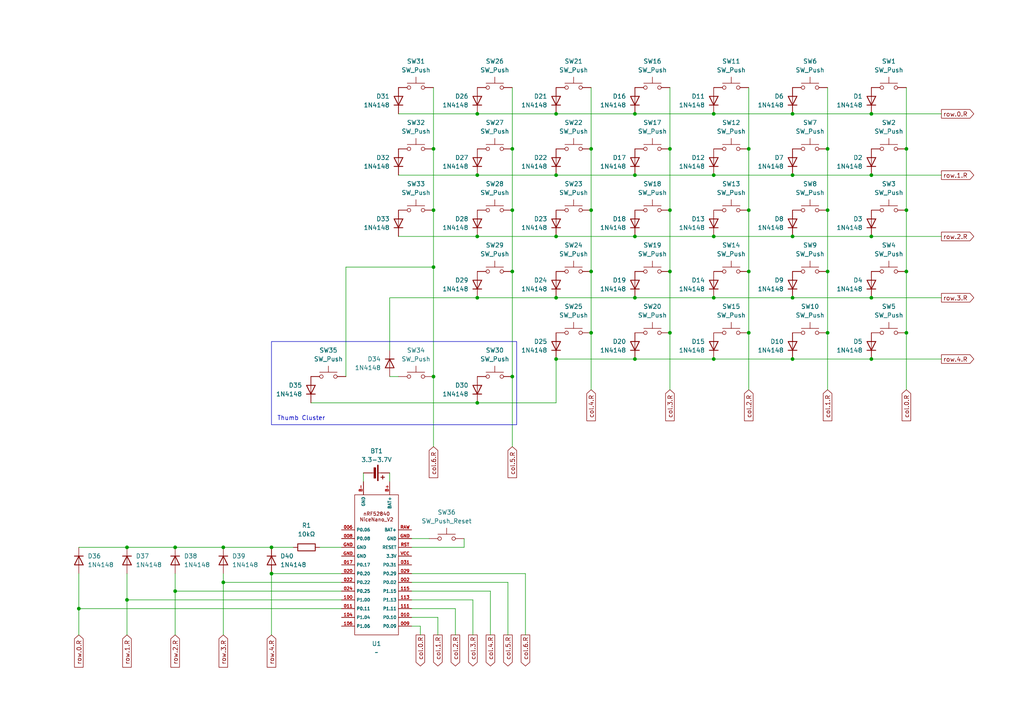
<source format=kicad_sch>
(kicad_sch (version 20250114) (generator "eeschema") (generator_version "9.0")
  (paper "A4")
  (lib_symbols
    (symbol "Device:Battery_Cell" (pin_numbers (hide yes)) (pin_names (offset 0) (hide yes))
      (property "Reference" "BT" (at 2.54 2.54 0))
      (property "Value" "Battery_Cell" (at 2.54 0 0))
      (symbol "Battery_Cell_0_1"
        (rectangle (start -2.286 1.778) (end 2.286 1.524) (fill (type outline)))
        (rectangle (start -1.524 1.016) (end 1.524 0.508) (fill (type outline)))
        (polyline (pts (xy 0 1.778) (xy 0 2.54)))
        (polyline (pts (xy 0 0.762) (xy 0 0)))
        (polyline (pts (xy 0.762 3.048) (xy 1.778 3.048)) (stroke (width 0.254)))
        (polyline (pts (xy 1.27 3.556) (xy 1.27 2.54)) (stroke (width 0.254)))
      )
      (symbol "Battery_Cell_1_1"
        (pin passive line (at 0 5.08 270) (length 2.54) (name "+") (number "1"))
        (pin passive line (at 0 -2.54 90) (length 2.54) (name "-") (number "2"))
      )
    )
    (symbol "Device:R" (pin_numbers (hide yes)) (pin_names (offset 0))
      (property "Reference" "R" (at 2.032 0 90))
      (property "Value" "R" (at 0 0 90))
      (symbol "R_0_1"
        (rectangle (start -1.016 -2.54) (end 1.016 2.54) (stroke (width 0.254)))
      )
      (symbol "R_1_1"
        (pin passive line (at 0 3.81 270) (length 1.27) (name "~") (number "1"))
        (pin passive line (at 0 -3.81 90) (length 1.27) (name "~") (number "2"))
      )
    )
    (symbol "Diode:1N4148" (pin_numbers (hide yes)) (pin_names (hide yes))
      (property "Reference" "D" (at 0 2.54 0))
      (property "Value" "1N4148" (at 0 -2.54 0))
      (symbol "1N4148_0_1"
        (polyline (pts (xy -1.27 1.27) (xy -1.27 -1.27)) (stroke (width 0.254)))
        (polyline (pts (xy 1.27 1.27) (xy 1.27 -1.27) (xy -1.27 0) (xy 1.27 1.27)) (stroke (width 0.254)))
        (polyline (pts (xy 1.27 0) (xy -1.27 0)))
      )
      (symbol "1N4148_1_1"
        (pin passive line (at -3.81 0 0) (length 2.54) (name "K") (number "1"))
        (pin passive line (at 3.81 0 180) (length 2.54) (name "A") (number "2"))
      )
    )
    (symbol "NiceNanoV2:NiceNanoV2" (in_bom no) (on_board no)
      (property "Reference" "U1" (at 0 -20.32 0))
      (symbol "NiceNanoV2_0_1"
        (rectangle (start -6.35 22.86) (end 6.35 -17.78))
      )
      (symbol "NiceNanoV2_1_1"
        (text "nRF52840\nNiceNano_V2" (at 0 16.51 0) (effects (font (size 1.016 1.016))))
        (pin bidirectional line (at -10.16 12.7 0) (length 3.81) (name "P0.06") (number "006"))
        (pin bidirectional line (at -10.16 10.16 0) (length 3.81) (name "P0.08") (number "008"))
        (pin power_out line (at -10.16 7.62 0) (length 3.81) (name "GND") (number "GND"))
        (pin power_out line (at -10.16 5.08 0) (length 3.81) (name "GND") (number "GND"))
        (pin bidirectional line (at -10.16 2.54 0) (length 3.81) (name "P0.17") (number "017"))
        (pin bidirectional line (at -10.16 0 0) (length 3.81) (name "P0.20") (number "020"))
        (pin bidirectional line (at -10.16 -2.54 0) (length 3.81) (name "P0.22") (number "022"))
        (pin bidirectional line (at -10.16 -5.08 0) (length 3.81) (name "P0.25") (number "024"))
        (pin bidirectional line (at -10.16 -7.62 0) (length 3.81) (name "P1.00") (number "100"))
        (pin bidirectional line (at -10.16 -10.16 0) (length 3.81) (name "P0.11") (number "011"))
        (pin bidirectional line (at -10.16 -12.7 0) (length 3.81) (name "P1.04") (number "104"))
        (pin bidirectional line (at -10.16 -15.24 0) (length 3.81) (name "P1.06") (number "106"))
        (pin power_out line (at -3.81 26.67 270) (length 3.81) (name "GND") (number "B-"))
        (pin power_in line (at 3.81 26.67 270) (length 3.81) (name "BAT+") (number "B+"))
        (pin power_in line (at 10.16 12.7 180) (length 3.81) (name "BAT+") (number "RAW"))
        (pin power_out line (at 10.16 10.16 180) (length 3.81) (name "GND") (number "GND"))
        (pin input line (at 10.16 7.62 180) (length 3.81) (name "RESET") (number "RST"))
        (pin power_in line (at 10.16 5.08 180) (length 3.81) (name "3.3V") (number "VCC"))
        (pin bidirectional line (at 10.16 2.54 180) (length 3.81) (name "P0.31") (number "031"))
        (pin bidirectional line (at 10.16 0 180) (length 3.81) (name "P0.29") (number "029"))
        (pin bidirectional line (at 10.16 -2.54 180) (length 3.81) (name "P0.02") (number "002"))
        (pin bidirectional line (at 10.16 -5.08 180) (length 3.81) (name "P1.15") (number "115"))
        (pin bidirectional line (at 10.16 -7.62 180) (length 3.81) (name "P1.13") (number "113"))
        (pin bidirectional line (at 10.16 -10.16 180) (length 3.81) (name "P1.11") (number "111"))
        (pin bidirectional line (at 10.16 -12.7 180) (length 3.81) (name "P0.10") (number "010"))
        (pin bidirectional line (at 10.16 -15.24 180) (length 3.81) (name "P0.09") (number "009"))
      )
    )
    (symbol "Switch:SW_Push" (pin_numbers (hide yes)) (pin_names (offset 1.016) (hide yes))
      (property "Reference" "SW" (at 1.27 2.54 0))
      (property "Value" "SW_Push" (at 0 -1.524 0))
      (symbol "SW_Push_0_1"
        (circle (center -2.032 0) (radius 0.508))
        (polyline (pts (xy 0 1.27) (xy 0 3.048)))
        (circle (center 2.032 0) (radius 0.508))
        (polyline (pts (xy 2.54 1.27) (xy -2.54 1.27)))
        (pin passive line (at -5.08 0 0) (length 2.54) (name "1") (number "1"))
        (pin passive line (at 5.08 0 180) (length 2.54) (name "2") (number "2"))
      )
    )
  )
  (rectangle (start 149.86 99.06) (end 78.74 123.19))
  (text "Thumb Cluster" (exclude_from_sim yes) (at 87.376 121.412 0) (effects (font (size 1.27 1.27))))
  (junction (at 148.59 109.22))
  (junction (at 207.01 50.8))
  (junction (at 207.01 33.02))
  (junction (at 138.43 116.84))
  (junction (at 161.29 68.58))
  (junction (at 262.89 43.18))
  (junction (at 36.83 173.99))
  (junction (at 240.03 78.74))
  (junction (at 138.43 86.36))
  (junction (at 78.74 158.75))
  (junction (at 252.73 104.14))
  (junction (at 64.77 168.91))
  (junction (at 184.15 68.58))
  (junction (at 161.29 86.36))
  (junction (at 262.89 96.52))
  (junction (at 207.01 86.36))
  (junction (at 229.87 86.36))
  (junction (at 184.15 86.36))
  (junction (at 229.87 33.02))
  (junction (at 138.43 33.02))
  (junction (at 229.87 104.14))
  (junction (at 36.83 158.75))
  (junction (at 125.73 77.47))
  (junction (at 138.43 68.58))
  (junction (at 217.17 43.18))
  (junction (at 217.17 60.96))
  (junction (at 138.43 50.8))
  (junction (at 207.01 104.14))
  (junction (at 148.59 43.18))
  (junction (at 161.29 33.02))
  (junction (at 184.15 50.8))
  (junction (at 262.89 60.96))
  (junction (at 171.45 43.18))
  (junction (at 240.03 43.18))
  (junction (at 171.45 60.96))
  (junction (at 229.87 50.8))
  (junction (at 161.29 50.8))
  (junction (at 240.03 96.52))
  (junction (at 240.03 60.96))
  (junction (at 125.73 109.22))
  (junction (at 252.73 33.02))
  (junction (at 161.29 104.14))
  (junction (at 184.15 104.14))
  (junction (at 229.87 68.58))
  (junction (at 125.73 43.18))
  (junction (at 194.31 96.52))
  (junction (at 194.31 78.74))
  (junction (at 194.31 43.18))
  (junction (at 125.73 60.96))
  (junction (at 252.73 50.8))
  (junction (at 262.89 78.74))
  (junction (at 184.15 33.02))
  (junction (at 194.31 60.96))
  (junction (at 50.8 158.75))
  (junction (at 252.73 68.58))
  (junction (at 22.86 176.53))
  (junction (at 217.17 96.52))
  (junction (at 217.17 78.74))
  (junction (at 252.73 86.36))
  (junction (at 148.59 78.74))
  (junction (at 64.77 158.75))
  (junction (at 78.74 166.37))
  (junction (at 148.59 60.96))
  (junction (at 171.45 78.74))
  (junction (at 207.01 68.58))
  (junction (at 50.8 171.45))
  (junction (at 171.45 96.52))
  (wire (pts (xy 148.59 109.22) (xy 148.59 129.54)))
  (wire (pts (xy 127 184.15) (xy 127 179.07)))
  (wire (pts (xy 252.73 33.02) (xy 229.87 33.02)))
  (wire (pts (xy 184.15 33.02) (xy 161.29 33.02)))
  (wire (pts (xy 50.8 171.45) (xy 99.06 171.45)))
  (wire (pts (xy 78.74 158.75) (xy 85.09 158.75)))
  (wire (pts (xy 240.03 78.74) (xy 240.03 96.52)))
  (wire (pts (xy 229.87 68.58) (xy 207.01 68.58)))
  (wire (pts (xy 273.05 50.8) (xy 252.73 50.8)))
  (wire (pts (xy 171.45 25.4) (xy 171.45 43.18)))
  (wire (pts (xy 217.17 96.52) (xy 217.17 113.03)))
  (wire (pts (xy 240.03 96.52) (xy 240.03 113.03)))
  (wire (pts (xy 134.62 156.21) (xy 134.62 158.75)))
  (wire (pts (xy 161.29 104.14) (xy 161.29 116.84)))
  (wire (pts (xy 152.4 166.37) (xy 152.4 184.15)))
  (wire (pts (xy 78.74 166.37) (xy 99.06 166.37)))
  (wire (pts (xy 262.89 25.4) (xy 262.89 43.18)))
  (wire (pts (xy 161.29 50.8) (xy 138.43 50.8)))
  (wire (pts (xy 273.05 104.14) (xy 252.73 104.14)))
  (wire (pts (xy 132.08 184.15) (xy 132.08 176.53)))
  (wire (pts (xy 138.43 116.84) (xy 90.17 116.84)))
  (wire (pts (xy 207.01 33.02) (xy 184.15 33.02)))
  (wire (pts (xy 147.32 168.91) (xy 119.38 168.91)))
  (wire (pts (xy 113.03 137.16) (xy 113.03 139.7)))
  (wire (pts (xy 152.4 166.37) (xy 119.38 166.37)))
  (wire (pts (xy 92.71 158.75) (xy 99.06 158.75)))
  (wire (pts (xy 124.46 156.21) (xy 119.38 156.21)))
  (wire (pts (xy 217.17 78.74) (xy 217.17 96.52)))
  (wire (pts (xy 113.03 86.36) (xy 113.03 101.6)))
  (wire (pts (xy 240.03 60.96) (xy 240.03 78.74)))
  (wire (pts (xy 148.59 25.4) (xy 148.59 43.18)))
  (wire (pts (xy 125.73 109.22) (xy 125.73 129.54)))
  (wire (pts (xy 184.15 68.58) (xy 161.29 68.58)))
  (wire (pts (xy 148.59 78.74) (xy 148.59 109.22)))
  (wire (pts (xy 115.57 109.22) (xy 113.03 109.22)))
  (wire (pts (xy 22.86 176.53) (xy 99.06 176.53)))
  (wire (pts (xy 207.01 68.58) (xy 184.15 68.58)))
  (wire (pts (xy 217.17 43.18) (xy 217.17 60.96)))
  (wire (pts (xy 194.31 25.4) (xy 194.31 43.18)))
  (wire (pts (xy 142.24 171.45) (xy 119.38 171.45)))
  (wire (pts (xy 105.41 137.16) (xy 105.41 139.7)))
  (wire (pts (xy 50.8 166.37) (xy 50.8 171.45)))
  (wire (pts (xy 161.29 33.02) (xy 138.43 33.02)))
  (wire (pts (xy 184.15 86.36) (xy 161.29 86.36)))
  (wire (pts (xy 125.73 25.4) (xy 125.73 43.18)))
  (wire (pts (xy 64.77 168.91) (xy 64.77 184.15)))
  (wire (pts (xy 36.83 173.99) (xy 99.06 173.99)))
  (wire (pts (xy 125.73 77.47) (xy 125.73 109.22)))
  (wire (pts (xy 161.29 68.58) (xy 138.43 68.58)))
  (wire (pts (xy 184.15 104.14) (xy 161.29 104.14)))
  (wire (pts (xy 64.77 166.37) (xy 64.77 168.91)))
  (wire (pts (xy 171.45 96.52) (xy 171.45 113.03)))
  (wire (pts (xy 100.33 77.47) (xy 100.33 109.22)))
  (wire (pts (xy 217.17 25.4) (xy 217.17 43.18)))
  (wire (pts (xy 125.73 43.18) (xy 125.73 60.96)))
  (wire (pts (xy 121.92 184.15) (xy 121.92 181.61)))
  (wire (pts (xy 147.32 184.15) (xy 147.32 168.91)))
  (wire (pts (xy 229.87 86.36) (xy 207.01 86.36)))
  (wire (pts (xy 229.87 104.14) (xy 207.01 104.14)))
  (wire (pts (xy 229.87 50.8) (xy 207.01 50.8)))
  (wire (pts (xy 273.05 33.02) (xy 252.73 33.02)))
  (wire (pts (xy 36.83 166.37) (xy 36.83 173.99)))
  (wire (pts (xy 262.89 96.52) (xy 262.89 113.03)))
  (wire (pts (xy 64.77 168.91) (xy 99.06 168.91)))
  (wire (pts (xy 252.73 86.36) (xy 229.87 86.36)))
  (wire (pts (xy 161.29 86.36) (xy 138.43 86.36)))
  (wire (pts (xy 50.8 171.45) (xy 50.8 184.15)))
  (wire (pts (xy 22.86 158.75) (xy 36.83 158.75)))
  (wire (pts (xy 171.45 43.18) (xy 171.45 60.96)))
  (wire (pts (xy 240.03 25.4) (xy 240.03 43.18)))
  (wire (pts (xy 184.15 50.8) (xy 161.29 50.8)))
  (wire (pts (xy 252.73 68.58) (xy 229.87 68.58)))
  (wire (pts (xy 240.03 43.18) (xy 240.03 60.96)))
  (wire (pts (xy 171.45 60.96) (xy 171.45 78.74)))
  (wire (pts (xy 207.01 86.36) (xy 184.15 86.36)))
  (wire (pts (xy 138.43 33.02) (xy 115.57 33.02)))
  (wire (pts (xy 194.31 96.52) (xy 194.31 113.03)))
  (wire (pts (xy 207.01 50.8) (xy 184.15 50.8)))
  (wire (pts (xy 137.16 173.99) (xy 119.38 173.99)))
  (wire (pts (xy 125.73 77.47) (xy 100.33 77.47)))
  (wire (pts (xy 262.89 60.96) (xy 262.89 78.74)))
  (wire (pts (xy 64.77 158.75) (xy 78.74 158.75)))
  (wire (pts (xy 22.86 166.37) (xy 22.86 176.53)))
  (wire (pts (xy 262.89 78.74) (xy 262.89 96.52)))
  (wire (pts (xy 138.43 68.58) (xy 115.57 68.58)))
  (wire (pts (xy 252.73 50.8) (xy 229.87 50.8)))
  (wire (pts (xy 148.59 60.96) (xy 148.59 78.74)))
  (wire (pts (xy 50.8 158.75) (xy 64.77 158.75)))
  (wire (pts (xy 262.89 43.18) (xy 262.89 60.96)))
  (wire (pts (xy 194.31 60.96) (xy 194.31 78.74)))
  (wire (pts (xy 125.73 60.96) (xy 125.73 77.47)))
  (wire (pts (xy 217.17 60.96) (xy 217.17 78.74)))
  (wire (pts (xy 132.08 176.53) (xy 119.38 176.53)))
  (wire (pts (xy 194.31 43.18) (xy 194.31 60.96)))
  (wire (pts (xy 171.45 78.74) (xy 171.45 96.52)))
  (wire (pts (xy 194.31 78.74) (xy 194.31 96.52)))
  (wire (pts (xy 36.83 173.99) (xy 36.83 184.15)))
  (wire (pts (xy 273.05 68.58) (xy 252.73 68.58)))
  (wire (pts (xy 148.59 43.18) (xy 148.59 60.96)))
  (wire (pts (xy 36.83 158.75) (xy 50.8 158.75)))
  (wire (pts (xy 161.29 116.84) (xy 138.43 116.84)))
  (wire (pts (xy 22.86 176.53) (xy 22.86 184.15)))
  (wire (pts (xy 137.16 184.15) (xy 137.16 173.99)))
  (wire (pts (xy 138.43 86.36) (xy 113.03 86.36)))
  (wire (pts (xy 121.92 181.61) (xy 119.38 181.61)))
  (wire (pts (xy 273.05 86.36) (xy 252.73 86.36)))
  (wire (pts (xy 138.43 50.8) (xy 115.57 50.8)))
  (wire (pts (xy 127 179.07) (xy 119.38 179.07)))
  (wire (pts (xy 78.74 166.37) (xy 78.74 184.15)))
  (wire (pts (xy 142.24 184.15) (xy 142.24 171.45)))
  (wire (pts (xy 229.87 33.02) (xy 207.01 33.02)))
  (wire (pts (xy 252.73 104.14) (xy 229.87 104.14)))
  (wire (pts (xy 119.38 158.75) (xy 134.62 158.75)))
  (wire (pts (xy 207.01 104.14) (xy 184.15 104.14)))
  (global_label "col.2.R" (shape input) (at 217.17 113.03 270) (property "Intersheetrefs" "${INTERSHEET_REFS}" (effects (hide yes))))
  (global_label "col.2.R" (shape output) (at 132.08 184.15 270) (property "Intersheetrefs" "${INTERSHEET_REFS}" (effects (hide yes))))
  (global_label "row.3.R" (shape output) (at 273.05 86.36 0) (property "Intersheetrefs" "${INTERSHEET_REFS}" (effects (hide yes))))
  (global_label "row.0.R" (shape input) (at 22.86 184.15 270) (property "Intersheetrefs" "${INTERSHEET_REFS}" (effects (hide yes))))
  (global_label "col.3.R" (shape input) (at 194.31 113.03 270) (property "Intersheetrefs" "${INTERSHEET_REFS}" (effects (hide yes))))
  (global_label "col.4.R" (shape input) (at 171.45 113.03 270) (property "Intersheetrefs" "${INTERSHEET_REFS}" (effects (hide yes))))
  (global_label "row.1.R" (shape input) (at 36.83 184.15 270) (property "Intersheetrefs" "${INTERSHEET_REFS}" (effects (hide yes))))
  (global_label "row.3.R" (shape input) (at 64.77 184.15 270) (property "Intersheetrefs" "${INTERSHEET_REFS}" (effects (hide yes))))
  (global_label "row.2.R" (shape output) (at 273.05 68.58 0) (property "Intersheetrefs" "${INTERSHEET_REFS}" (effects (hide yes))))
  (global_label "col.5.R" (shape output) (at 147.32 184.15 270) (property "Intersheetrefs" "${INTERSHEET_REFS}" (effects (hide yes))))
  (global_label "row.0.R" (shape output) (at 273.05 33.02 0) (property "Intersheetrefs" "${INTERSHEET_REFS}" (effects (hide yes))))
  (global_label "col.4.R" (shape output) (at 142.24 184.15 270) (property "Intersheetrefs" "${INTERSHEET_REFS}" (effects (hide yes))))
  (global_label "col.0.R" (shape input) (at 262.89 113.03 270) (property "Intersheetrefs" "${INTERSHEET_REFS}" (effects (hide yes))))
  (global_label "row.1.R" (shape output) (at 273.05 50.8 0) (property "Intersheetrefs" "${INTERSHEET_REFS}" (effects (hide yes))))
  (global_label "col.0.R" (shape output) (at 121.92 184.15 270) (property "Intersheetrefs" "${INTERSHEET_REFS}" (effects (hide yes))))
  (global_label "row.2.R" (shape input) (at 50.8 184.15 270) (property "Intersheetrefs" "${INTERSHEET_REFS}" (effects (hide yes))))
  (global_label "row.4.R" (shape input) (at 78.74 184.15 270) (property "Intersheetrefs" "${INTERSHEET_REFS}" (effects (hide yes))))
  (global_label "col.1.R" (shape output) (at 127 184.15 270) (property "Intersheetrefs" "${INTERSHEET_REFS}" (effects (hide yes))))
  (global_label "col.3.R" (shape output) (at 137.16 184.15 270) (property "Intersheetrefs" "${INTERSHEET_REFS}" (effects (hide yes))))
  (global_label "col.6.R" (shape input) (at 125.73 129.54 270) (property "Intersheetrefs" "${INTERSHEET_REFS}" (effects (hide yes))))
  (global_label "col.5.R" (shape input) (at 148.59 129.54 270) (property "Intersheetrefs" "${INTERSHEET_REFS}" (effects (hide yes))))
  (global_label "row.4.R" (shape output) (at 273.05 104.14 0) (property "Intersheetrefs" "${INTERSHEET_REFS}" (effects (hide yes))))
  (global_label "col.1.R" (shape input) (at 240.03 113.03 270) (property "Intersheetrefs" "${INTERSHEET_REFS}" (effects (hide yes))))
  (global_label "col.6.R" (shape output) (at 152.4 184.15 270) (property "Intersheetrefs" "${INTERSHEET_REFS}" (effects (hide yes))))
  (symbol (lib_id "Switch:SW_Push") (at 120.65 60.96 0) (mirror y) (unit 1)
    (property "Reference" "SW33" (at 120.65 53.34 0))
    (property "Value" "SW_Push" (at 120.65 55.88 0))
    (property "Footprint" "Button_Switch_Keyboard:SW_Cherry_MX_1.00u_PCB" (effects (hide yes)))
    (property "Description" "Push button switch, generic, two pins" (effects (hide yes)))
  )
  (symbol (lib_id "Switch:SW_Push") (at 257.81 60.96 0) (mirror y) (unit 1)
    (property "Reference" "SW3" (at 257.81 53.34 0))
    (property "Value" "SW_Push" (at 257.81 55.88 0))
    (property "Footprint" "Button_Switch_Keyboard:SW_Cherry_MX_1.00u_PCB" (effects (hide yes)))
    (property "Description" "Push button switch, generic, two pins" (effects (hide yes)))
  )
  (symbol (lib_id "Diode:1N4148") (at 138.43 82.55 270) (mirror x) (unit 1)
    (property "Reference" "D29" (at 135.89 81.2799 90) (effects (justify right)))
    (property "Value" "1N4148" (at 135.89 83.8199 90) (effects (justify right)))
    (property "Footprint" "Diode_SMD:D_1206_3216Metric" (effects (hide yes)))
    (property "Datasheet" "https://assets.nexperia.com/documents/data-sheet/1N4148_1N4448.pdf" (effects (hide yes)))
    (property "Description" "100V 0.15A standard switching diode, DO-35" (effects (hide yes)))
    (property "Sim.Device" "D" (effects (hide yes)))
    (property "Sim.Pins" "1=K 2=A" (effects (hide yes)))
  )
  (symbol (lib_id "Diode:1N4148") (at 207.01 100.33 270) (mirror x) (unit 1)
    (property "Reference" "D15" (at 204.47 99.0599 90) (effects (justify right)))
    (property "Value" "1N4148" (at 204.47 101.5999 90) (effects (justify right)))
    (property "Footprint" "Diode_SMD:D_1206_3216Metric" (effects (hide yes)))
    (property "Datasheet" "https://assets.nexperia.com/documents/data-sheet/1N4148_1N4448.pdf" (effects (hide yes)))
    (property "Description" "100V 0.15A standard switching diode, DO-35" (effects (hide yes)))
    (property "Sim.Device" "D" (effects (hide yes)))
    (property "Sim.Pins" "1=K 2=A" (effects (hide yes)))
  )
  (symbol (lib_id "Diode:1N4148") (at 138.43 64.77 270) (mirror x) (unit 1)
    (property "Reference" "D28" (at 135.89 63.4999 90) (effects (justify right)))
    (property "Value" "1N4148" (at 135.89 66.0399 90) (effects (justify right)))
    (property "Footprint" "Diode_SMD:D_1206_3216Metric" (effects (hide yes)))
    (property "Datasheet" "https://assets.nexperia.com/documents/data-sheet/1N4148_1N4448.pdf" (effects (hide yes)))
    (property "Description" "100V 0.15A standard switching diode, DO-35" (effects (hide yes)))
    (property "Sim.Device" "D" (effects (hide yes)))
    (property "Sim.Pins" "1=K 2=A" (effects (hide yes)))
  )
  (symbol (lib_id "Switch:SW_Push") (at 212.09 60.96 0) (mirror y) (unit 1)
    (property "Reference" "SW13" (at 212.09 53.34 0))
    (property "Value" "SW_Push" (at 212.09 55.88 0))
    (property "Footprint" "Button_Switch_Keyboard:SW_Cherry_MX_1.00u_PCB" (effects (hide yes)))
    (property "Description" "Push button switch, generic, two pins" (effects (hide yes)))
  )
  (symbol (lib_id "Diode:1N4148") (at 138.43 46.99 270) (mirror x) (unit 1)
    (property "Reference" "D27" (at 135.89 45.7199 90) (effects (justify right)))
    (property "Value" "1N4148" (at 135.89 48.2599 90) (effects (justify right)))
    (property "Footprint" "Diode_SMD:D_1206_3216Metric" (effects (hide yes)))
    (property "Datasheet" "https://assets.nexperia.com/documents/data-sheet/1N4148_1N4448.pdf" (effects (hide yes)))
    (property "Description" "100V 0.15A standard switching diode, DO-35" (effects (hide yes)))
    (property "Sim.Device" "D" (effects (hide yes)))
    (property "Sim.Pins" "1=K 2=A" (effects (hide yes)))
  )
  (symbol (lib_id "Switch:SW_Push") (at 189.23 60.96 0) (mirror y) (unit 1)
    (property "Reference" "SW18" (at 189.23 53.34 0))
    (property "Value" "SW_Push" (at 189.23 55.88 0))
    (property "Footprint" "Button_Switch_Keyboard:SW_Cherry_MX_1.00u_PCB" (effects (hide yes)))
    (property "Description" "Push button switch, generic, two pins" (effects (hide yes)))
  )
  (symbol (lib_id "Diode:1N4148") (at 229.87 29.21 270) (mirror x) (unit 1)
    (property "Reference" "D6" (at 227.33 27.9399 90) (effects (justify right)))
    (property "Value" "1N4148" (at 227.33 30.4799 90) (effects (justify right)))
    (property "Footprint" "Diode_SMD:D_1206_3216Metric" (effects (hide yes)))
    (property "Datasheet" "https://assets.nexperia.com/documents/data-sheet/1N4148_1N4448.pdf" (effects (hide yes)))
    (property "Description" "100V 0.15A standard switching diode, DO-35" (effects (hide yes)))
    (property "Sim.Device" "D" (effects (hide yes)))
    (property "Sim.Pins" "1=K 2=A" (effects (hide yes)))
  )
  (symbol (lib_id "Diode:1N4148") (at 161.29 46.99 270) (mirror x) (unit 1)
    (property "Reference" "D22" (at 158.75 45.7199 90) (effects (justify right)))
    (property "Value" "1N4148" (at 158.75 48.2599 90) (effects (justify right)))
    (property "Footprint" "Diode_SMD:D_1206_3216Metric" (effects (hide yes)))
    (property "Datasheet" "https://assets.nexperia.com/documents/data-sheet/1N4148_1N4448.pdf" (effects (hide yes)))
    (property "Description" "100V 0.15A standard switching diode, DO-35" (effects (hide yes)))
    (property "Sim.Device" "D" (effects (hide yes)))
    (property "Sim.Pins" "1=K 2=A" (effects (hide yes)))
  )
  (symbol (lib_id "Switch:SW_Push") (at 166.37 96.52 0) (mirror y) (unit 1)
    (property "Reference" "SW25" (at 166.37 88.9 0))
    (property "Value" "SW_Push" (at 166.37 91.44 0))
    (property "Footprint" "Button_Switch_Keyboard:SW_Cherry_MX_1.00u_PCB" (effects (hide yes)))
    (property "Description" "Push button switch, generic, two pins" (effects (hide yes)))
  )
  (symbol (lib_id "Switch:SW_Push") (at 189.23 43.18 0) (mirror y) (unit 1)
    (property "Reference" "SW17" (at 189.23 35.56 0))
    (property "Value" "SW_Push" (at 189.23 38.1 0))
    (property "Footprint" "Button_Switch_Keyboard:SW_Cherry_MX_1.00u_PCB" (effects (hide yes)))
    (property "Description" "Push button switch, generic, two pins" (effects (hide yes)))
  )
  (symbol (lib_id "Diode:1N4148") (at 184.15 64.77 270) (mirror x) (unit 1)
    (property "Reference" "D18" (at 181.61 63.4999 90) (effects (justify right)))
    (property "Value" "1N4148" (at 181.61 66.0399 90) (effects (justify right)))
    (property "Footprint" "Diode_SMD:D_1206_3216Metric" (effects (hide yes)))
    (property "Datasheet" "https://assets.nexperia.com/documents/data-sheet/1N4148_1N4448.pdf" (effects (hide yes)))
    (property "Description" "100V 0.15A standard switching diode, DO-35" (effects (hide yes)))
    (property "Sim.Device" "D" (effects (hide yes)))
    (property "Sim.Pins" "1=K 2=A" (effects (hide yes)))
  )
  (symbol (lib_id "Switch:SW_Push") (at 257.81 25.4 0) (mirror y) (unit 1)
    (property "Reference" "SW1" (at 257.81 17.78 0))
    (property "Value" "SW_Push" (at 257.81 20.32 0))
    (property "Footprint" "Button_Switch_Keyboard:SW_Cherry_MX_1.00u_PCB" (effects (hide yes)))
    (property "Description" "Push button switch, generic, two pins" (effects (hide yes)))
  )
  (symbol (lib_id "Diode:1N4148") (at 64.77 162.56 270) (unit 1)
    (property "Reference" "D39" (at 67.31 161.2899 90) (effects (justify left)))
    (property "Value" "1N4148" (at 67.31 163.8299 90) (effects (justify left)))
    (property "Footprint" "Diode_SMD:D_1206_3216Metric" (effects (hide yes)))
    (property "Datasheet" "https://assets.nexperia.com/documents/data-sheet/1N4148_1N4448.pdf" (effects (hide yes)))
    (property "Description" "100V 0.15A standard switching diode, DO-35" (effects (hide yes)))
    (property "Sim.Device" "D" (effects (hide yes)))
    (property "Sim.Pins" "1=K 2=A" (effects (hide yes)))
  )
  (symbol (lib_id "Diode:1N4148") (at 90.17 113.03 270) (mirror x) (unit 1)
    (property "Reference" "D35" (at 87.63 111.7599 90) (effects (justify right)))
    (property "Value" "1N4148" (at 87.63 114.2999 90) (effects (justify right)))
    (property "Footprint" "Diode_SMD:D_1206_3216Metric" (effects (hide yes)))
    (property "Datasheet" "https://assets.nexperia.com/documents/data-sheet/1N4148_1N4448.pdf" (effects (hide yes)))
    (property "Description" "100V 0.15A standard switching diode, DO-35" (effects (hide yes)))
    (property "Sim.Device" "D" (effects (hide yes)))
    (property "Sim.Pins" "1=K 2=A" (effects (hide yes)))
  )
  (symbol (lib_id "Switch:SW_Push") (at 234.95 78.74 0) (mirror y) (unit 1)
    (property "Reference" "SW9" (at 234.95 71.12 0))
    (property "Value" "SW_Push" (at 234.95 73.66 0))
    (property "Footprint" "Button_Switch_Keyboard:SW_Cherry_MX_1.00u_PCB" (effects (hide yes)))
    (property "Description" "Push button switch, generic, two pins" (effects (hide yes)))
  )
  (symbol (lib_id "Switch:SW_Push") (at 129.54 156.21 0) (unit 1)
    (property "Reference" "SW36" (at 129.54 148.59 0))
    (property "Value" "SW_Push_Reset" (at 129.54 151.13 0))
    (property "Footprint" "Button_Switch_SMD:SW_SPST_B3U-1000P" (effects (hide yes)))
    (property "Description" "Push button switch, generic, two pins" (effects (hide yes)))
  )
  (symbol (lib_id "Diode:1N4148") (at 207.01 64.77 270) (mirror x) (unit 1)
    (property "Reference" "D13" (at 204.47 63.4999 90) (effects (justify right)))
    (property "Value" "1N4148" (at 204.47 66.0399 90) (effects (justify right)))
    (property "Footprint" "Diode_SMD:D_1206_3216Metric" (effects (hide yes)))
    (property "Datasheet" "https://assets.nexperia.com/documents/data-sheet/1N4148_1N4448.pdf" (effects (hide yes)))
    (property "Description" "100V 0.15A standard switching diode, DO-35" (effects (hide yes)))
    (property "Sim.Device" "D" (effects (hide yes)))
    (property "Sim.Pins" "1=K 2=A" (effects (hide yes)))
  )
  (symbol (lib_id "Diode:1N4148") (at 161.29 82.55 270) (mirror x) (unit 1)
    (property "Reference" "D24" (at 158.75 81.2799 90) (effects (justify right)))
    (property "Value" "1N4148" (at 158.75 83.8199 90) (effects (justify right)))
    (property "Footprint" "Diode_SMD:D_1206_3216Metric" (effects (hide yes)))
    (property "Datasheet" "https://assets.nexperia.com/documents/data-sheet/1N4148_1N4448.pdf" (effects (hide yes)))
    (property "Description" "100V 0.15A standard switching diode, DO-35" (effects (hide yes)))
    (property "Sim.Device" "D" (effects (hide yes)))
    (property "Sim.Pins" "1=K 2=A" (effects (hide yes)))
  )
  (symbol (lib_id "Diode:1N4148") (at 229.87 64.77 270) (mirror x) (unit 1)
    (property "Reference" "D8" (at 227.33 63.4999 90) (effects (justify right)))
    (property "Value" "1N4148" (at 227.33 66.0399 90) (effects (justify right)))
    (property "Footprint" "Diode_SMD:D_1206_3216Metric" (effects (hide yes)))
    (property "Datasheet" "https://assets.nexperia.com/documents/data-sheet/1N4148_1N4448.pdf" (effects (hide yes)))
    (property "Description" "100V 0.15A standard switching diode, DO-35" (effects (hide yes)))
    (property "Sim.Device" "D" (effects (hide yes)))
    (property "Sim.Pins" "1=K 2=A" (effects (hide yes)))
  )
  (symbol (lib_id "Diode:1N4148") (at 113.03 105.41 90) (mirror x) (unit 1)
    (property "Reference" "D34" (at 110.49 104.1399 90) (effects (justify left)))
    (property "Value" "1N4148" (at 110.49 106.6799 90) (effects (justify left)))
    (property "Footprint" "Diode_SMD:D_1206_3216Metric" (effects (hide yes)))
    (property "Datasheet" "https://assets.nexperia.com/documents/data-sheet/1N4148_1N4448.pdf" (effects (hide yes)))
    (property "Description" "100V 0.15A standard switching diode, DO-35" (effects (hide yes)))
    (property "Sim.Device" "D" (effects (hide yes)))
    (property "Sim.Pins" "1=K 2=A" (effects (hide yes)))
  )
  (symbol (lib_id "Switch:SW_Push") (at 189.23 25.4 0) (mirror y) (unit 1)
    (property "Reference" "SW16" (at 189.23 17.78 0))
    (property "Value" "SW_Push" (at 189.23 20.32 0))
    (property "Footprint" "Button_Switch_Keyboard:SW_Cherry_MX_1.00u_PCB" (effects (hide yes)))
    (property "Description" "Push button switch, generic, two pins" (effects (hide yes)))
  )
  (symbol (lib_id "Switch:SW_Push") (at 120.65 43.18 0) (mirror y) (unit 1)
    (property "Reference" "SW32" (at 120.65 35.56 0))
    (property "Value" "SW_Push" (at 120.65 38.1 0))
    (property "Footprint" "Button_Switch_Keyboard:SW_Cherry_MX_1.00u_PCB" (effects (hide yes)))
    (property "Description" "Push button switch, generic, two pins" (effects (hide yes)))
  )
  (symbol (lib_id "Diode:1N4148") (at 184.15 29.21 270) (mirror x) (unit 1)
    (property "Reference" "D16" (at 181.61 27.9399 90) (effects (justify right)))
    (property "Value" "1N4148" (at 181.61 30.4799 90) (effects (justify right)))
    (property "Footprint" "Diode_SMD:D_1206_3216Metric" (effects (hide yes)))
    (property "Datasheet" "https://assets.nexperia.com/documents/data-sheet/1N4148_1N4448.pdf" (effects (hide yes)))
    (property "Description" "100V 0.15A standard switching diode, DO-35" (effects (hide yes)))
    (property "Sim.Device" "D" (effects (hide yes)))
    (property "Sim.Pins" "1=K 2=A" (effects (hide yes)))
  )
  (symbol (lib_id "Diode:1N4148") (at 252.73 29.21 270) (mirror x) (unit 1)
    (property "Reference" "D1" (at 250.19 27.9399 90) (effects (justify right)))
    (property "Value" "1N4148" (at 250.19 30.4799 90) (effects (justify right)))
    (property "Footprint" "Diode_SMD:D_1206_3216Metric" (effects (hide yes)))
    (property "Datasheet" "https://assets.nexperia.com/documents/data-sheet/1N4148_1N4448.pdf" (effects (hide yes)))
    (property "Description" "100V 0.15A standard switching diode, DO-35" (effects (hide yes)))
    (property "Sim.Device" "D" (effects (hide yes)))
    (property "Sim.Pins" "1=K 2=A" (effects (hide yes)))
  )
  (symbol (lib_id "Diode:1N4148") (at 252.73 100.33 270) (mirror x) (unit 1)
    (property "Reference" "D5" (at 250.19 99.0599 90) (effects (justify right)))
    (property "Value" "1N4148" (at 250.19 101.5999 90) (effects (justify right)))
    (property "Footprint" "Diode_SMD:D_1206_3216Metric" (effects (hide yes)))
    (property "Datasheet" "https://assets.nexperia.com/documents/data-sheet/1N4148_1N4448.pdf" (effects (hide yes)))
    (property "Description" "100V 0.15A standard switching diode, DO-35" (effects (hide yes)))
    (property "Sim.Device" "D" (effects (hide yes)))
    (property "Sim.Pins" "1=K 2=A" (effects (hide yes)))
  )
  (symbol (lib_id "Switch:SW_Push") (at 143.51 109.22 0) (mirror y) (unit 1)
    (property "Reference" "SW30" (at 143.51 101.6 0))
    (property "Value" "SW_Push" (at 143.51 104.14 0))
    (property "Footprint" "Button_Switch_Keyboard:SW_Cherry_MX_1.00u_PCB" (effects (hide yes)))
    (property "Description" "Push button switch, generic, two pins" (effects (hide yes)))
  )
  (symbol (lib_id "Switch:SW_Push") (at 143.51 78.74 0) (mirror y) (unit 1)
    (property "Reference" "SW29" (at 143.51 71.12 0))
    (property "Value" "SW_Push" (at 143.51 73.66 0))
    (property "Footprint" "Button_Switch_Keyboard:SW_Cherry_MX_1.00u_PCB" (effects (hide yes)))
    (property "Description" "Push button switch, generic, two pins" (effects (hide yes)))
  )
  (symbol (lib_id "Switch:SW_Push") (at 166.37 25.4 0) (mirror y) (unit 1)
    (property "Reference" "SW21" (at 166.37 17.78 0))
    (property "Value" "SW_Push" (at 166.37 20.32 0))
    (property "Footprint" "Button_Switch_Keyboard:SW_Cherry_MX_1.00u_PCB" (effects (hide yes)))
    (property "Description" "Push button switch, generic, two pins" (effects (hide yes)))
  )
  (symbol (lib_id "Switch:SW_Push") (at 189.23 96.52 0) (mirror y) (unit 1)
    (property "Reference" "SW20" (at 189.23 88.9 0))
    (property "Value" "SW_Push" (at 189.23 91.44 0))
    (property "Footprint" "Button_Switch_Keyboard:SW_Cherry_MX_1.00u_PCB" (effects (hide yes)))
    (property "Description" "Push button switch, generic, two pins" (effects (hide yes)))
  )
  (symbol (lib_id "Diode:1N4148") (at 207.01 46.99 270) (mirror x) (unit 1)
    (property "Reference" "D12" (at 204.47 45.7199 90) (effects (justify right)))
    (property "Value" "1N4148" (at 204.47 48.2599 90) (effects (justify right)))
    (property "Footprint" "Diode_SMD:D_1206_3216Metric" (effects (hide yes)))
    (property "Datasheet" "https://assets.nexperia.com/documents/data-sheet/1N4148_1N4448.pdf" (effects (hide yes)))
    (property "Description" "100V 0.15A standard switching diode, DO-35" (effects (hide yes)))
    (property "Sim.Device" "D" (effects (hide yes)))
    (property "Sim.Pins" "1=K 2=A" (effects (hide yes)))
  )
  (symbol (lib_id "Switch:SW_Push") (at 212.09 25.4 0) (mirror y) (unit 1)
    (property "Reference" "SW11" (at 212.09 17.78 0))
    (property "Value" "SW_Push" (at 212.09 20.32 0))
    (property "Footprint" "Button_Switch_Keyboard:SW_Cherry_MX_1.00u_PCB" (effects (hide yes)))
    (property "Description" "Push button switch, generic, two pins" (effects (hide yes)))
  )
  (symbol (lib_id "NiceNanoV2:NiceNanoV2") (at 109.22 166.37 0) (unit 1) (in_bom no) (on_board no)
    (property "Reference" "U1" (at 109.22 186.69 0))
    (property "Value" "~" (at 109.22 189.23 0))
  )
  (symbol (lib_id "Device:R") (at 88.9 158.75 90) (unit 1)
    (property "Reference" "R1" (at 88.9 152.4 90))
    (property "Value" "10kΩ" (at 88.9 154.94 90))
    (property "Footprint" "Resistor_SMD:R_1206_3216Metric" (effects (hide yes)))
    (property "Description" "Resistor" (effects (hide yes)))
  )
  (symbol (lib_id "Switch:SW_Push") (at 143.51 60.96 0) (mirror y) (unit 1)
    (property "Reference" "SW28" (at 143.51 53.34 0))
    (property "Value" "SW_Push" (at 143.51 55.88 0))
    (property "Footprint" "Button_Switch_Keyboard:SW_Cherry_MX_1.00u_PCB" (effects (hide yes)))
    (property "Description" "Push button switch, generic, two pins" (effects (hide yes)))
  )
  (symbol (lib_id "Switch:SW_Push") (at 212.09 43.18 0) (mirror y) (unit 1)
    (property "Reference" "SW12" (at 212.09 35.56 0))
    (property "Value" "SW_Push" (at 212.09 38.1 0))
    (property "Footprint" "Button_Switch_Keyboard:SW_Cherry_MX_1.00u_PCB" (effects (hide yes)))
    (property "Description" "Push button switch, generic, two pins" (effects (hide yes)))
  )
  (symbol (lib_id "Diode:1N4148") (at 161.29 64.77 270) (mirror x) (unit 1)
    (property "Reference" "D23" (at 158.75 63.4999 90) (effects (justify right)))
    (property "Value" "1N4148" (at 158.75 66.0399 90) (effects (justify right)))
    (property "Footprint" "Diode_SMD:D_1206_3216Metric" (effects (hide yes)))
    (property "Datasheet" "https://assets.nexperia.com/documents/data-sheet/1N4148_1N4448.pdf" (effects (hide yes)))
    (property "Description" "100V 0.15A standard switching diode, DO-35" (effects (hide yes)))
    (property "Sim.Device" "D" (effects (hide yes)))
    (property "Sim.Pins" "1=K 2=A" (effects (hide yes)))
  )
  (symbol (lib_id "Diode:1N4148") (at 207.01 29.21 270) (mirror x) (unit 1)
    (property "Reference" "D11" (at 204.47 27.9399 90) (effects (justify right)))
    (property "Value" "1N4148" (at 204.47 30.4799 90) (effects (justify right)))
    (property "Footprint" "Diode_SMD:D_1206_3216Metric" (effects (hide yes)))
    (property "Datasheet" "https://assets.nexperia.com/documents/data-sheet/1N4148_1N4448.pdf" (effects (hide yes)))
    (property "Description" "100V 0.15A standard switching diode, DO-35" (effects (hide yes)))
    (property "Sim.Device" "D" (effects (hide yes)))
    (property "Sim.Pins" "1=K 2=A" (effects (hide yes)))
  )
  (symbol (lib_id "Diode:1N4148") (at 161.29 29.21 270) (mirror x) (unit 1)
    (property "Reference" "D21" (at 158.75 27.9399 90) (effects (justify right)))
    (property "Value" "1N4148" (at 158.75 30.4799 90) (effects (justify right)))
    (property "Footprint" "Diode_SMD:D_1206_3216Metric" (effects (hide yes)))
    (property "Datasheet" "https://assets.nexperia.com/documents/data-sheet/1N4148_1N4448.pdf" (effects (hide yes)))
    (property "Description" "100V 0.15A standard switching diode, DO-35" (effects (hide yes)))
    (property "Sim.Device" "D" (effects (hide yes)))
    (property "Sim.Pins" "1=K 2=A" (effects (hide yes)))
  )
  (symbol (lib_id "Diode:1N4148") (at 184.15 100.33 270) (mirror x) (unit 1)
    (property "Reference" "D20" (at 181.61 99.0599 90) (effects (justify right)))
    (property "Value" "1N4148" (at 181.61 101.5999 90) (effects (justify right)))
    (property "Footprint" "Diode_SMD:D_1206_3216Metric" (effects (hide yes)))
    (property "Datasheet" "https://assets.nexperia.com/documents/data-sheet/1N4148_1N4448.pdf" (effects (hide yes)))
    (property "Description" "100V 0.15A standard switching diode, DO-35" (effects (hide yes)))
    (property "Sim.Device" "D" (effects (hide yes)))
    (property "Sim.Pins" "1=K 2=A" (effects (hide yes)))
  )
  (symbol (lib_id "Switch:SW_Push") (at 212.09 78.74 0) (mirror y) (unit 1)
    (property "Reference" "SW14" (at 212.09 71.12 0))
    (property "Value" "SW_Push" (at 212.09 73.66 0))
    (property "Footprint" "Button_Switch_Keyboard:SW_Cherry_MX_1.00u_PCB" (effects (hide yes)))
    (property "Description" "Push button switch, generic, two pins" (effects (hide yes)))
  )
  (symbol (lib_id "Switch:SW_Push") (at 257.81 43.18 0) (mirror y) (unit 1)
    (property "Reference" "SW2" (at 257.81 35.56 0))
    (property "Value" "SW_Push" (at 257.81 38.1 0))
    (property "Footprint" "Button_Switch_Keyboard:SW_Cherry_MX_1.00u_PCB" (effects (hide yes)))
    (property "Description" "Push button switch, generic, two pins" (effects (hide yes)))
  )
  (symbol (lib_id "Switch:SW_Push") (at 143.51 25.4 0) (mirror y) (unit 1)
    (property "Reference" "SW26" (at 143.51 17.78 0))
    (property "Value" "SW_Push" (at 143.51 20.32 0))
    (property "Footprint" "Button_Switch_Keyboard:SW_Cherry_MX_1.00u_PCB" (effects (hide yes)))
    (property "Description" "Push button switch, generic, two pins" (effects (hide yes)))
  )
  (symbol (lib_id "Switch:SW_Push") (at 234.95 96.52 0) (mirror y) (unit 1)
    (property "Reference" "SW10" (at 234.95 88.9 0))
    (property "Value" "SW_Push" (at 234.95 91.44 0))
    (property "Footprint" "Button_Switch_Keyboard:SW_Cherry_MX_1.00u_PCB" (effects (hide yes)))
    (property "Description" "Push button switch, generic, two pins" (effects (hide yes)))
  )
  (symbol (lib_id "Switch:SW_Push") (at 143.51 43.18 0) (mirror y) (unit 1)
    (property "Reference" "SW27" (at 143.51 35.56 0))
    (property "Value" "SW_Push" (at 143.51 38.1 0))
    (property "Footprint" "Button_Switch_Keyboard:SW_Cherry_MX_1.00u_PCB" (effects (hide yes)))
    (property "Description" "Push button switch, generic, two pins" (effects (hide yes)))
  )
  (symbol (lib_id "Diode:1N4148") (at 252.73 82.55 270) (mirror x) (unit 1)
    (property "Reference" "D4" (at 250.19 81.2799 90) (effects (justify right)))
    (property "Value" "1N4148" (at 250.19 83.8199 90) (effects (justify right)))
    (property "Footprint" "Diode_SMD:D_1206_3216Metric" (effects (hide yes)))
    (property "Datasheet" "https://assets.nexperia.com/documents/data-sheet/1N4148_1N4448.pdf" (effects (hide yes)))
    (property "Description" "100V 0.15A standard switching diode, DO-35" (effects (hide yes)))
    (property "Sim.Device" "D" (effects (hide yes)))
    (property "Sim.Pins" "1=K 2=A" (effects (hide yes)))
  )
  (symbol (lib_id "Diode:1N4148") (at 78.74 162.56 270) (unit 1)
    (property "Reference" "D40" (at 81.28 161.2899 90) (effects (justify left)))
    (property "Value" "1N4148" (at 81.28 163.8299 90) (effects (justify left)))
    (property "Footprint" "Diode_SMD:D_1206_3216Metric" (effects (hide yes)))
    (property "Datasheet" "https://assets.nexperia.com/documents/data-sheet/1N4148_1N4448.pdf" (effects (hide yes)))
    (property "Description" "100V 0.15A standard switching diode, DO-35" (effects (hide yes)))
    (property "Sim.Device" "D" (effects (hide yes)))
    (property "Sim.Pins" "1=K 2=A" (effects (hide yes)))
  )
  (symbol (lib_id "Diode:1N4148") (at 229.87 100.33 270) (mirror x) (unit 1)
    (property "Reference" "D10" (at 227.33 99.0599 90) (effects (justify right)))
    (property "Value" "1N4148" (at 227.33 101.5999 90) (effects (justify right)))
    (property "Footprint" "Diode_SMD:D_1206_3216Metric" (effects (hide yes)))
    (property "Datasheet" "https://assets.nexperia.com/documents/data-sheet/1N4148_1N4448.pdf" (effects (hide yes)))
    (property "Description" "100V 0.15A standard switching diode, DO-35" (effects (hide yes)))
    (property "Sim.Device" "D" (effects (hide yes)))
    (property "Sim.Pins" "1=K 2=A" (effects (hide yes)))
  )
  (symbol (lib_id "Switch:SW_Push") (at 257.81 78.74 0) (mirror y) (unit 1)
    (property "Reference" "SW4" (at 257.81 71.12 0))
    (property "Value" "SW_Push" (at 257.81 73.66 0))
    (property "Footprint" "Button_Switch_Keyboard:SW_Cherry_MX_1.00u_PCB" (effects (hide yes)))
    (property "Description" "Push button switch, generic, two pins" (effects (hide yes)))
  )
  (symbol (lib_id "Diode:1N4148") (at 36.83 162.56 270) (unit 1)
    (property "Reference" "D37" (at 39.37 161.2899 90) (effects (justify left)))
    (property "Value" "1N4148" (at 39.37 163.8299 90) (effects (justify left)))
    (property "Footprint" "Diode_SMD:D_1206_3216Metric" (effects (hide yes)))
    (property "Datasheet" "https://assets.nexperia.com/documents/data-sheet/1N4148_1N4448.pdf" (effects (hide yes)))
    (property "Description" "100V 0.15A standard switching diode, DO-35" (effects (hide yes)))
    (property "Sim.Device" "D" (effects (hide yes)))
    (property "Sim.Pins" "1=K 2=A" (effects (hide yes)))
  )
  (symbol (lib_id "Diode:1N4148") (at 138.43 29.21 270) (mirror x) (unit 1)
    (property "Reference" "D26" (at 135.89 27.9399 90) (effects (justify right)))
    (property "Value" "1N4148" (at 135.89 30.4799 90) (effects (justify right)))
    (property "Footprint" "Diode_SMD:D_1206_3216Metric" (effects (hide yes)))
    (property "Datasheet" "https://assets.nexperia.com/documents/data-sheet/1N4148_1N4448.pdf" (effects (hide yes)))
    (property "Description" "100V 0.15A standard switching diode, DO-35" (effects (hide yes)))
    (property "Sim.Device" "D" (effects (hide yes)))
    (property "Sim.Pins" "1=K 2=A" (effects (hide yes)))
  )
  (symbol (lib_id "Diode:1N4148") (at 252.73 64.77 270) (mirror x) (unit 1)
    (property "Reference" "D3" (at 250.19 63.4999 90) (effects (justify right)))
    (property "Value" "1N4148" (at 250.19 66.0399 90) (effects (justify right)))
    (property "Footprint" "Diode_SMD:D_1206_3216Metric" (effects (hide yes)))
    (property "Datasheet" "https://assets.nexperia.com/documents/data-sheet/1N4148_1N4448.pdf" (effects (hide yes)))
    (property "Description" "100V 0.15A standard switching diode, DO-35" (effects (hide yes)))
    (property "Sim.Device" "D" (effects (hide yes)))
    (property "Sim.Pins" "1=K 2=A" (effects (hide yes)))
  )
  (symbol (lib_id "Switch:SW_Push") (at 189.23 78.74 0) (mirror y) (unit 1)
    (property "Reference" "SW19" (at 189.23 71.12 0))
    (property "Value" "SW_Push" (at 189.23 73.66 0))
    (property "Footprint" "Button_Switch_Keyboard:SW_Cherry_MX_1.00u_PCB" (effects (hide yes)))
    (property "Description" "Push button switch, generic, two pins" (effects (hide yes)))
  )
  (symbol (lib_id "Switch:SW_Push") (at 257.81 96.52 0) (mirror y) (unit 1)
    (property "Reference" "SW5" (at 257.81 88.9 0))
    (property "Value" "SW_Push" (at 257.81 91.44 0))
    (property "Footprint" "Button_Switch_Keyboard:SW_Cherry_MX_1.00u_PCB" (effects (hide yes)))
    (property "Description" "Push button switch, generic, two pins" (effects (hide yes)))
  )
  (symbol (lib_id "Switch:SW_Push") (at 120.65 25.4 0) (mirror y) (unit 1)
    (property "Reference" "SW31" (at 120.65 17.78 0))
    (property "Value" "SW_Push" (at 120.65 20.32 0))
    (property "Footprint" "Button_Switch_Keyboard:SW_Cherry_MX_1.00u_PCB" (effects (hide yes)))
    (property "Description" "Push button switch, generic, two pins" (effects (hide yes)))
  )
  (symbol (lib_id "Diode:1N4148") (at 161.29 100.33 270) (mirror x) (unit 1)
    (property "Reference" "D25" (at 158.75 99.0599 90) (effects (justify right)))
    (property "Value" "1N4148" (at 158.75 101.5999 90) (effects (justify right)))
    (property "Footprint" "Diode_SMD:D_1206_3216Metric" (effects (hide yes)))
    (property "Datasheet" "https://assets.nexperia.com/documents/data-sheet/1N4148_1N4448.pdf" (effects (hide yes)))
    (property "Description" "100V 0.15A standard switching diode, DO-35" (effects (hide yes)))
    (property "Sim.Device" "D" (effects (hide yes)))
    (property "Sim.Pins" "1=K 2=A" (effects (hide yes)))
  )
  (symbol (lib_id "Switch:SW_Push") (at 234.95 43.18 0) (mirror y) (unit 1)
    (property "Reference" "SW7" (at 234.95 35.56 0))
    (property "Value" "SW_Push" (at 234.95 38.1 0))
    (property "Footprint" "Button_Switch_Keyboard:SW_Cherry_MX_1.00u_PCB" (effects (hide yes)))
    (property "Description" "Push button switch, generic, two pins" (effects (hide yes)))
  )
  (symbol (lib_id "Switch:SW_Push") (at 166.37 43.18 0) (mirror y) (unit 1)
    (property "Reference" "SW22" (at 166.37 35.56 0))
    (property "Value" "SW_Push" (at 166.37 38.1 0))
    (property "Footprint" "Button_Switch_Keyboard:SW_Cherry_MX_1.00u_PCB" (effects (hide yes)))
    (property "Description" "Push button switch, generic, two pins" (effects (hide yes)))
  )
  (symbol (lib_id "Diode:1N4148") (at 22.86 162.56 270) (unit 1)
    (property "Reference" "D36" (at 25.4 161.2899 90) (effects (justify left)))
    (property "Value" "1N4148" (at 25.4 163.8299 90) (effects (justify left)))
    (property "Footprint" "Diode_SMD:D_1206_3216Metric" (effects (hide yes)))
    (property "Datasheet" "https://assets.nexperia.com/documents/data-sheet/1N4148_1N4448.pdf" (effects (hide yes)))
    (property "Description" "100V 0.15A standard switching diode, DO-35" (effects (hide yes)))
    (property "Sim.Device" "D" (effects (hide yes)))
    (property "Sim.Pins" "1=K 2=A" (effects (hide yes)))
  )
  (symbol (lib_id "Diode:1N4148") (at 115.57 64.77 270) (mirror x) (unit 1)
    (property "Reference" "D33" (at 113.03 63.4999 90) (effects (justify right)))
    (property "Value" "1N4148" (at 113.03 66.0399 90) (effects (justify right)))
    (property "Footprint" "Diode_SMD:D_1206_3216Metric" (effects (hide yes)))
    (property "Datasheet" "https://assets.nexperia.com/documents/data-sheet/1N4148_1N4448.pdf" (effects (hide yes)))
    (property "Description" "100V 0.15A standard switching diode, DO-35" (effects (hide yes)))
    (property "Sim.Device" "D" (effects (hide yes)))
    (property "Sim.Pins" "1=K 2=A" (effects (hide yes)))
  )
  (symbol (lib_id "Switch:SW_Push") (at 234.95 25.4 0) (mirror y) (unit 1)
    (property "Reference" "SW6" (at 234.95 17.78 0))
    (property "Value" "SW_Push" (at 234.95 20.32 0))
    (property "Footprint" "Button_Switch_Keyboard:SW_Cherry_MX_1.00u_PCB" (effects (hide yes)))
    (property "Description" "Push button switch, generic, two pins" (effects (hide yes)))
  )
  (symbol (lib_id "Diode:1N4148") (at 252.73 46.99 270) (mirror x) (unit 1)
    (property "Reference" "D2" (at 250.19 45.7199 90) (effects (justify right)))
    (property "Value" "1N4148" (at 250.19 48.2599 90) (effects (justify right)))
    (property "Footprint" "Diode_SMD:D_1206_3216Metric" (effects (hide yes)))
    (property "Datasheet" "https://assets.nexperia.com/documents/data-sheet/1N4148_1N4448.pdf" (effects (hide yes)))
    (property "Description" "100V 0.15A standard switching diode, DO-35" (effects (hide yes)))
    (property "Sim.Device" "D" (effects (hide yes)))
    (property "Sim.Pins" "1=K 2=A" (effects (hide yes)))
  )
  (symbol (lib_id "Diode:1N4148") (at 184.15 46.99 270) (mirror x) (unit 1)
    (property "Reference" "D17" (at 181.61 45.7199 90) (effects (justify right)))
    (property "Value" "1N4148" (at 181.61 48.2599 90) (effects (justify right)))
    (property "Footprint" "Diode_SMD:D_1206_3216Metric" (effects (hide yes)))
    (property "Datasheet" "https://assets.nexperia.com/documents/data-sheet/1N4148_1N4448.pdf" (effects (hide yes)))
    (property "Description" "100V 0.15A standard switching diode, DO-35" (effects (hide yes)))
    (property "Sim.Device" "D" (effects (hide yes)))
    (property "Sim.Pins" "1=K 2=A" (effects (hide yes)))
  )
  (symbol (lib_id "Switch:SW_Push") (at 120.65 109.22 0) (mirror y) (unit 1)
    (property "Reference" "SW34" (at 120.65 101.6 0))
    (property "Value" "SW_Push" (at 120.65 104.14 0))
    (property "Footprint" "Button_Switch_Keyboard:SW_Cherry_MX_1.00u_PCB" (effects (hide yes)))
    (property "Description" "Push button switch, generic, two pins" (effects (hide yes)))
  )
  (symbol (lib_id "Diode:1N4148") (at 184.15 82.55 270) (mirror x) (unit 1)
    (property "Reference" "D19" (at 181.61 81.2799 90) (effects (justify right)))
    (property "Value" "1N4148" (at 181.61 83.8199 90) (effects (justify right)))
    (property "Footprint" "Diode_SMD:D_1206_3216Metric" (effects (hide yes)))
    (property "Datasheet" "https://assets.nexperia.com/documents/data-sheet/1N4148_1N4448.pdf" (effects (hide yes)))
    (property "Description" "100V 0.15A standard switching diode, DO-35" (effects (hide yes)))
    (property "Sim.Device" "D" (effects (hide yes)))
    (property "Sim.Pins" "1=K 2=A" (effects (hide yes)))
  )
  (symbol (lib_id "Diode:1N4148") (at 229.87 46.99 270) (mirror x) (unit 1)
    (property "Reference" "D7" (at 227.33 45.7199 90) (effects (justify right)))
    (property "Value" "1N4148" (at 227.33 48.2599 90) (effects (justify right)))
    (property "Footprint" "Diode_SMD:D_1206_3216Metric" (effects (hide yes)))
    (property "Datasheet" "https://assets.nexperia.com/documents/data-sheet/1N4148_1N4448.pdf" (effects (hide yes)))
    (property "Description" "100V 0.15A standard switching diode, DO-35" (effects (hide yes)))
    (property "Sim.Device" "D" (effects (hide yes)))
    (property "Sim.Pins" "1=K 2=A" (effects (hide yes)))
  )
  (symbol (lib_id "Diode:1N4148") (at 115.57 29.21 270) (mirror x) (unit 1)
    (property "Reference" "D31" (at 113.03 27.9399 90) (effects (justify right)))
    (property "Value" "1N4148" (at 113.03 30.4799 90) (effects (justify right)))
    (property "Footprint" "Diode_SMD:D_1206_3216Metric" (effects (hide yes)))
    (property "Datasheet" "https://assets.nexperia.com/documents/data-sheet/1N4148_1N4448.pdf" (effects (hide yes)))
    (property "Description" "100V 0.15A standard switching diode, DO-35" (effects (hide yes)))
    (property "Sim.Device" "D" (effects (hide yes)))
    (property "Sim.Pins" "1=K 2=A" (effects (hide yes)))
  )
  (symbol (lib_id "Diode:1N4148") (at 229.87 82.55 270) (mirror x) (unit 1)
    (property "Reference" "D9" (at 227.33 81.2799 90) (effects (justify right)))
    (property "Value" "1N4148" (at 227.33 83.8199 90) (effects (justify right)))
    (property "Footprint" "Diode_SMD:D_1206_3216Metric" (effects (hide yes)))
    (property "Datasheet" "https://assets.nexperia.com/documents/data-sheet/1N4148_1N4448.pdf" (effects (hide yes)))
    (property "Description" "100V 0.15A standard switching diode, DO-35" (effects (hide yes)))
    (property "Sim.Device" "D" (effects (hide yes)))
    (property "Sim.Pins" "1=K 2=A" (effects (hide yes)))
  )
  (symbol (lib_id "Switch:SW_Push") (at 234.95 60.96 0) (mirror y) (unit 1)
    (property "Reference" "SW8" (at 234.95 53.34 0))
    (property "Value" "SW_Push" (at 234.95 55.88 0))
    (property "Footprint" "Button_Switch_Keyboard:SW_Cherry_MX_1.00u_PCB" (effects (hide yes)))
    (property "Description" "Push button switch, generic, two pins" (effects (hide yes)))
  )
  (symbol (lib_id "Switch:SW_Push") (at 95.25 109.22 0) (mirror y) (unit 1)
    (property "Reference" "SW35" (at 95.25 101.6 0))
    (property "Value" "SW_Push" (at 95.25 104.14 0))
    (property "Footprint" "Button_Switch_Keyboard:SW_Cherry_MX_1.00u_PCB" (effects (hide yes)))
    (property "Description" "Push button switch, generic, two pins" (effects (hide yes)))
  )
  (symbol (lib_id "Diode:1N4148") (at 50.8 162.56 270) (unit 1)
    (property "Reference" "D38" (at 53.34 161.2899 90) (effects (justify left)))
    (property "Value" "1N4148" (at 53.34 163.8299 90) (effects (justify left)))
    (property "Footprint" "Diode_SMD:D_1206_3216Metric" (effects (hide yes)))
    (property "Datasheet" "https://assets.nexperia.com/documents/data-sheet/1N4148_1N4448.pdf" (effects (hide yes)))
    (property "Description" "100V 0.15A standard switching diode, DO-35" (effects (hide yes)))
    (property "Sim.Device" "D" (effects (hide yes)))
    (property "Sim.Pins" "1=K 2=A" (effects (hide yes)))
  )
  (symbol (lib_id "Diode:1N4148") (at 207.01 82.55 270) (mirror x) (unit 1)
    (property "Reference" "D14" (at 204.47 81.2799 90) (effects (justify right)))
    (property "Value" "1N4148" (at 204.47 83.8199 90) (effects (justify right)))
    (property "Footprint" "Diode_SMD:D_1206_3216Metric" (effects (hide yes)))
    (property "Datasheet" "https://assets.nexperia.com/documents/data-sheet/1N4148_1N4448.pdf" (effects (hide yes)))
    (property "Description" "100V 0.15A standard switching diode, DO-35" (effects (hide yes)))
    (property "Sim.Device" "D" (effects (hide yes)))
    (property "Sim.Pins" "1=K 2=A" (effects (hide yes)))
  )
  (symbol (lib_id "Device:Battery_Cell") (at 107.95 137.16 270) (unit 1) (in_bom no) (on_board no)
    (property "Reference" "BT1" (at 109.22 130.81 90))
    (property "Value" "3.3-3.7V" (at 109.22 133.35 90))
    (property "Description" "Single-cell battery" (effects (hide yes)))
  )
  (symbol (lib_id "Diode:1N4148") (at 115.57 46.99 270) (mirror x) (unit 1)
    (property "Reference" "D32" (at 113.03 45.7199 90) (effects (justify right)))
    (property "Value" "1N4148" (at 113.03 48.2599 90) (effects (justify right)))
    (property "Footprint" "Diode_SMD:D_1206_3216Metric" (effects (hide yes)))
    (property "Datasheet" "https://assets.nexperia.com/documents/data-sheet/1N4148_1N4448.pdf" (effects (hide yes)))
    (property "Description" "100V 0.15A standard switching diode, DO-35" (effects (hide yes)))
    (property "Sim.Device" "D" (effects (hide yes)))
    (property "Sim.Pins" "1=K 2=A" (effects (hide yes)))
  )
  (symbol (lib_id "Diode:1N4148") (at 138.43 113.03 270) (mirror x) (unit 1)
    (property "Reference" "D30" (at 135.89 111.7599 90) (effects (justify right)))
    (property "Value" "1N4148" (at 135.89 114.2999 90) (effects (justify right)))
    (property "Footprint" "Diode_SMD:D_1206_3216Metric" (effects (hide yes)))
    (property "Datasheet" "https://assets.nexperia.com/documents/data-sheet/1N4148_1N4448.pdf" (effects (hide yes)))
    (property "Description" "100V 0.15A standard switching diode, DO-35" (effects (hide yes)))
    (property "Sim.Device" "D" (effects (hide yes)))
    (property "Sim.Pins" "1=K 2=A" (effects (hide yes)))
  )
  (symbol (lib_id "Switch:SW_Push") (at 166.37 60.96 0) (mirror y) (unit 1)
    (property "Reference" "SW23" (at 166.37 53.34 0))
    (property "Value" "SW_Push" (at 166.37 55.88 0))
    (property "Footprint" "Button_Switch_Keyboard:SW_Cherry_MX_1.00u_PCB" (effects (hide yes)))
    (property "Description" "Push button switch, generic, two pins" (effects (hide yes)))
  )
  (symbol (lib_id "Switch:SW_Push") (at 212.09 96.52 0) (mirror y) (unit 1)
    (property "Reference" "SW15" (at 212.09 88.9 0))
    (property "Value" "SW_Push" (at 212.09 91.44 0))
    (property "Footprint" "Button_Switch_Keyboard:SW_Cherry_MX_1.00u_PCB" (effects (hide yes)))
    (property "Description" "Push button switch, generic, two pins" (effects (hide yes)))
  )
  (symbol (lib_id "Switch:SW_Push") (at 166.37 78.74 0) (mirror y) (unit 1)
    (property "Reference" "SW24" (at 166.37 71.12 0))
    (property "Value" "SW_Push" (at 166.37 73.66 0))
    (property "Footprint" "Button_Switch_Keyboard:SW_Cherry_MX_1.00u_PCB" (effects (hide yes)))
    (property "Description" "Push button switch, generic, two pins" (effects (hide yes)))
  )
)
</source>
